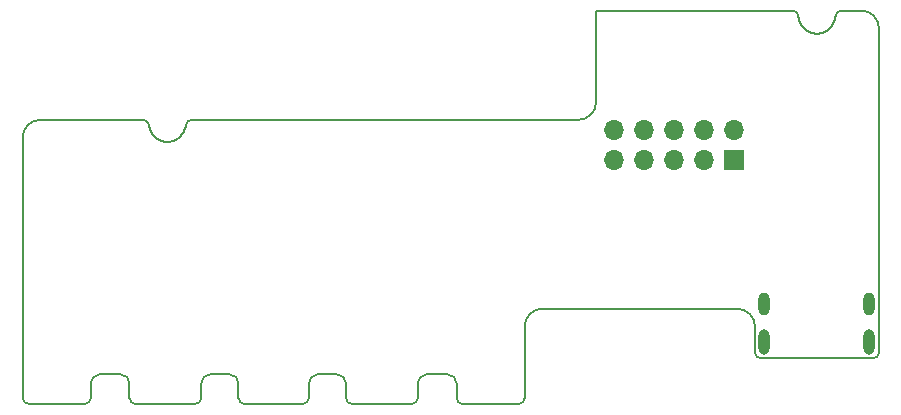
<source format=gbr>
%TF.GenerationSoftware,KiCad,Pcbnew,(5.0.0)*%
%TF.CreationDate,2019-04-13T23:36:30-04:00*%
%TF.ProjectId,Fusion USB Daughter Board,467573696F6E20555342204461756768,rev?*%
%TF.SameCoordinates,Original*%
%TF.FileFunction,Soldermask,Bot*%
%TF.FilePolarity,Negative*%
%FSLAX46Y46*%
G04 Gerber Fmt 4.6, Leading zero omitted, Abs format (unit mm)*
G04 Created by KiCad (PCBNEW (5.0.0)) date 04/13/19 23:36:30*
%MOMM*%
%LPD*%
G01*
G04 APERTURE LIST*
%ADD10C,0.200000*%
%ADD11O,0.951600X1.951600*%
%ADD12O,0.951600X2.151600*%
%ADD13R,1.700000X1.700000*%
%ADD14O,1.700000X1.700000*%
G04 APERTURE END LIST*
D10*
X175844523Y-100731300D02*
X175874537Y-100710100D01*
X175248101Y-100977300D02*
X175283192Y-100970800D01*
X175035584Y-100998300D02*
X175071150Y-100997000D01*
X174787114Y-100983000D02*
X174822434Y-100987800D01*
X174409341Y-100873400D02*
X174442557Y-100887500D01*
X174247966Y-100790400D02*
X174279560Y-100808600D01*
X176071720Y-100541600D02*
X176097880Y-100514800D01*
X176097880Y-100514800D02*
X176123490Y-100487400D01*
X174751899Y-100977300D02*
X174787114Y-100983000D01*
X174543794Y-100925100D02*
X174578013Y-100935900D01*
X176045030Y-100567700D02*
X176071720Y-100541600D01*
X175990122Y-100617900D02*
X176017830Y-100593200D01*
X175814091Y-100751700D02*
X175844523Y-100731300D01*
X175961925Y-100642000D02*
X175990122Y-100617900D01*
X174928850Y-100997000D02*
X174964416Y-100998300D01*
X175318144Y-100963300D02*
X175352939Y-100955000D01*
X175933253Y-100665400D02*
X175961925Y-100642000D01*
X175106680Y-100994800D02*
X175142158Y-100991800D01*
X175142158Y-100991800D02*
X175177566Y-100987800D01*
X174857842Y-100991800D02*
X174893320Y-100994800D01*
X175071150Y-100997000D02*
X175106680Y-100994800D01*
X175904118Y-100688100D02*
X175933253Y-100665400D01*
X175456206Y-100925100D02*
X175490200Y-100913400D01*
X175874537Y-100710100D02*
X175904118Y-100688100D01*
X175783256Y-100771500D02*
X175814091Y-100751700D01*
X175752034Y-100790400D02*
X175783256Y-100771500D01*
X175623583Y-100858400D02*
X175656199Y-100842600D01*
X174578013Y-100935900D02*
X174612442Y-100945900D01*
X175387558Y-100945900D02*
X175421987Y-100935900D01*
X174376417Y-100858400D02*
X174409341Y-100873400D01*
X175352939Y-100955000D02*
X175387558Y-100945900D01*
X175283192Y-100970800D02*
X175318144Y-100963300D01*
X175212886Y-100983000D02*
X175248101Y-100977300D01*
X174647061Y-100955000D02*
X174681856Y-100963300D01*
X174893320Y-100994800D02*
X174928850Y-100997000D01*
X174822434Y-100987800D02*
X174857842Y-100991800D01*
X175720440Y-100808600D02*
X175752034Y-100790400D01*
X174612442Y-100945900D02*
X174647061Y-100955000D01*
X174311510Y-100826000D02*
X174343801Y-100842600D01*
X174681856Y-100963300D02*
X174716808Y-100970800D01*
X174343801Y-100842600D02*
X174376417Y-100858400D01*
X175177566Y-100987800D02*
X175212886Y-100983000D01*
X175688490Y-100826000D02*
X175720440Y-100808600D01*
X174716808Y-100970800D02*
X174751899Y-100977300D01*
X175656199Y-100842600D02*
X175688490Y-100826000D01*
X175490200Y-100913400D02*
X175523951Y-100900900D01*
X174509800Y-100913400D02*
X174543794Y-100925100D01*
X174964416Y-100998300D02*
X175000000Y-100998800D01*
X174279560Y-100808600D02*
X174311510Y-100826000D01*
X175421987Y-100935900D02*
X175456206Y-100925100D01*
X175523951Y-100900900D02*
X175557443Y-100887500D01*
X174442557Y-100887500D02*
X174476049Y-100900900D01*
X175000000Y-100998800D02*
X175035584Y-100998300D01*
X175557443Y-100887500D02*
X175590659Y-100873400D01*
X176017830Y-100593200D02*
X176045030Y-100567700D01*
X175590659Y-100873400D02*
X175623583Y-100858400D01*
X174476049Y-100900900D02*
X174509800Y-100913400D01*
X121071400Y-109698700D02*
X121096800Y-109672700D01*
X120541500Y-110050700D02*
X120573900Y-110037400D01*
X119965500Y-110155100D02*
X120000000Y-110155500D01*
X120342600Y-110114300D02*
X120376200Y-110105700D01*
X119759200Y-110135300D02*
X119793400Y-110140700D01*
X119590300Y-110096300D02*
X119623800Y-110105700D01*
X121045500Y-109724000D02*
X121071400Y-109698700D01*
X120103500Y-110151800D02*
X120137900Y-110148900D01*
X120069000Y-110153900D02*
X120103500Y-110151800D01*
X120034500Y-110155100D02*
X120069000Y-110153900D01*
X119896500Y-110151800D02*
X119931000Y-110153900D01*
X119268600Y-109959200D02*
X119299500Y-109976300D01*
X121019100Y-109748700D02*
X121045500Y-109724000D01*
X120240800Y-110135300D02*
X120274800Y-110129100D01*
X119557000Y-110086100D02*
X119590300Y-110096300D01*
X119238100Y-109941300D02*
X119268600Y-109959200D01*
X119491100Y-110063300D02*
X119524000Y-110075100D01*
X120606000Y-110023300D02*
X120637800Y-110008400D01*
X119207900Y-109922700D02*
X119238100Y-109941300D01*
X120992200Y-109772800D02*
X121019100Y-109748700D01*
X120409700Y-110096300D02*
X120443000Y-110086100D01*
X120443000Y-110086100D02*
X120476000Y-110075100D01*
X120172300Y-110145200D02*
X120206600Y-110140700D01*
X120731400Y-109959200D02*
X120761900Y-109941300D01*
X120376200Y-110105700D02*
X120409700Y-110096300D01*
X119119700Y-109862600D02*
X119148700Y-109883300D01*
X120964900Y-109796300D02*
X120992200Y-109772800D01*
X120937200Y-109819000D02*
X120964900Y-109796300D01*
X120909000Y-109841100D02*
X120937200Y-109819000D01*
X120880300Y-109862600D02*
X120909000Y-109841100D01*
X120851300Y-109883300D02*
X120880300Y-109862600D01*
X120669300Y-109992700D02*
X120700500Y-109976300D01*
X119931000Y-110153900D02*
X119965500Y-110155100D01*
X119725200Y-110129100D02*
X119759200Y-110135300D01*
X120637800Y-110008400D02*
X120669300Y-109992700D01*
X120573900Y-110037400D02*
X120606000Y-110023300D01*
X120508900Y-110063300D02*
X120541500Y-110050700D01*
X119394000Y-110023300D02*
X119426100Y-110037400D01*
X120206600Y-110140700D02*
X120240800Y-110135300D01*
X119330700Y-109992700D02*
X119362200Y-110008400D01*
X120137900Y-110148900D02*
X120172300Y-110145200D01*
X119691200Y-110122100D02*
X119725200Y-110129100D01*
X119524000Y-110075100D02*
X119557000Y-110086100D01*
X119657400Y-110114300D02*
X119691200Y-110122100D01*
X119362200Y-110008400D02*
X119394000Y-110023300D01*
X120792100Y-109922700D02*
X120821900Y-109903300D01*
X120761900Y-109941300D02*
X120792100Y-109922700D01*
X120476000Y-110075100D02*
X120508900Y-110063300D01*
X119299500Y-109976300D02*
X119330700Y-109992700D01*
X120700500Y-109976300D02*
X120731400Y-109959200D01*
X120274800Y-110129100D02*
X120308800Y-110122100D01*
X119862100Y-110148900D02*
X119896500Y-110151800D01*
X119623800Y-110105700D02*
X119657400Y-110114300D01*
X119458500Y-110050700D02*
X119491100Y-110063300D01*
X119426100Y-110037400D02*
X119458500Y-110050700D01*
X119091000Y-109841100D02*
X119119700Y-109862600D01*
X120308800Y-110122100D02*
X120342600Y-110114300D01*
X119793400Y-110140700D02*
X119827700Y-110145200D01*
X119062800Y-109819000D02*
X119091000Y-109841100D01*
X119148700Y-109883300D02*
X119178100Y-109903300D01*
X120821900Y-109903300D02*
X120851300Y-109883300D01*
X120000000Y-110155500D02*
X120034500Y-110155100D01*
X119178100Y-109903300D02*
X119207900Y-109922700D01*
X119827700Y-110145200D02*
X119862100Y-110148900D01*
X176327570Y-100214200D02*
X176347110Y-100181200D01*
X176220260Y-100371600D02*
X176242980Y-100341200D01*
X176196950Y-100401400D02*
X176220260Y-100371600D01*
X118451500Y-108826800D02*
X118460600Y-108863800D01*
X176265070Y-100310200D02*
X176286550Y-100278700D01*
X176527100Y-99752900D02*
X176537340Y-99715100D01*
X176401670Y-100079400D02*
X176418480Y-100044600D01*
X176148550Y-100459300D02*
X176173040Y-100430700D01*
X118460600Y-108863800D02*
X118470400Y-108900600D01*
X176577050Y-99522700D02*
X176582670Y-99483700D01*
X176537340Y-99715100D02*
X176546820Y-99677100D01*
X118573700Y-109184400D02*
X118589700Y-109218400D01*
X118954500Y-109724000D02*
X118980900Y-109748700D01*
X118980900Y-109748700D02*
X119007800Y-109772800D01*
X118928600Y-109698700D02*
X118954500Y-109724000D01*
X118762000Y-109504700D02*
X118784200Y-109534100D01*
X118903200Y-109672700D02*
X118928600Y-109698700D01*
X118878400Y-109646100D02*
X118903200Y-109672700D01*
X118854000Y-109619000D02*
X118878400Y-109646100D01*
X118830200Y-109591200D02*
X118854000Y-109619000D01*
X176478640Y-99901400D02*
X176491870Y-99864800D01*
X118558400Y-109150100D02*
X118573700Y-109184400D01*
X118492000Y-108973300D02*
X118503900Y-109009300D01*
X118435600Y-108752300D02*
X118443200Y-108789700D01*
X176563480Y-99600300D02*
X176570650Y-99561600D01*
X176434590Y-100009300D02*
X176450000Y-99973700D01*
X176464680Y-99937800D02*
X176478640Y-99901400D01*
X176384160Y-100113700D02*
X176401670Y-100079400D01*
X176347110Y-100181200D02*
X176365970Y-100147700D01*
X176418480Y-100044600D02*
X176434590Y-100009300D01*
X176504360Y-99827800D02*
X176516100Y-99790500D01*
X176173040Y-100430700D02*
X176196950Y-100401400D01*
X176242980Y-100341200D02*
X176265070Y-100310200D01*
X118443200Y-108789700D02*
X118451500Y-108826800D01*
X176516100Y-99790500D02*
X176527100Y-99752900D01*
X118806900Y-109563000D02*
X118830200Y-109591200D01*
X118543700Y-109115400D02*
X118558400Y-109150100D01*
X118784200Y-109534100D02*
X118806900Y-109563000D01*
X118719400Y-109444400D02*
X118740400Y-109474800D01*
X118699000Y-109413500D02*
X118719400Y-109444400D01*
X118529800Y-109080400D02*
X118543700Y-109115400D01*
X118660100Y-109350200D02*
X118679200Y-109382100D01*
X118623600Y-109285200D02*
X118641500Y-109317900D01*
X118606300Y-109252000D02*
X118623600Y-109285200D01*
X176307380Y-100246700D02*
X176327570Y-100214200D01*
X118503900Y-109009300D02*
X118516500Y-109045000D01*
X118470400Y-108900600D02*
X118480800Y-108937100D01*
X118428700Y-108714700D02*
X118435600Y-108752300D01*
X176546820Y-99677100D02*
X176555540Y-99638800D01*
X176123490Y-100487400D02*
X176148550Y-100459300D01*
X176570650Y-99561600D02*
X176577050Y-99522700D01*
X176491870Y-99864800D02*
X176504360Y-99827800D01*
X176286550Y-100278700D02*
X176307380Y-100246700D01*
X176365970Y-100147700D02*
X176384160Y-100113700D01*
X119035100Y-109796300D02*
X119062800Y-109819000D01*
X118589700Y-109218400D02*
X118606300Y-109252000D01*
X119007800Y-109772800D02*
X119035100Y-109796300D01*
X118740400Y-109474800D02*
X118762000Y-109504700D01*
X118480800Y-108937100D02*
X118492000Y-108973300D01*
X176555540Y-99638800D02*
X176563480Y-99600300D01*
X118679200Y-109382100D02*
X118699000Y-109413500D01*
X118641500Y-109317900D02*
X118660100Y-109350200D01*
X118516500Y-109045000D02*
X118529800Y-109080400D01*
X176450000Y-99973700D02*
X176464680Y-99937800D01*
X121441600Y-109150100D02*
X121456300Y-109115400D01*
X121358500Y-109317900D02*
X121376400Y-109285200D01*
X121339900Y-109350200D02*
X121358500Y-109317900D01*
X121393700Y-109252000D02*
X121410300Y-109218400D01*
X121496100Y-109009300D02*
X121508000Y-108973300D01*
X121301000Y-109413500D02*
X121320800Y-109382100D01*
X121121600Y-109646100D02*
X121146000Y-109619000D01*
X121548500Y-108826800D02*
X121556800Y-108789700D01*
X121564400Y-108752300D02*
X121571300Y-108714700D01*
X121519200Y-108937100D02*
X121529600Y-108900600D01*
X121215800Y-109534100D02*
X121238000Y-109504700D01*
X121539400Y-108863800D02*
X121548500Y-108826800D01*
X121483500Y-109045000D02*
X121496100Y-109009300D01*
X121456300Y-109115400D02*
X121470200Y-109080400D01*
X121508000Y-108973300D02*
X121519200Y-108937100D01*
X121146000Y-109619000D02*
X121169800Y-109591200D01*
X121320800Y-109382100D02*
X121339900Y-109350200D01*
X121376400Y-109285200D02*
X121393700Y-109252000D01*
X121426300Y-109184400D02*
X121441600Y-109150100D01*
X121259600Y-109474800D02*
X121280600Y-109444400D01*
X121280600Y-109444400D02*
X121301000Y-109413500D01*
X121556800Y-108789700D02*
X121564400Y-108752300D01*
X121410300Y-109218400D02*
X121426300Y-109184400D01*
X121470200Y-109080400D02*
X121483500Y-109045000D01*
X121169800Y-109591200D02*
X121193100Y-109563000D01*
X121096800Y-109672700D02*
X121121600Y-109646100D01*
X121238000Y-109504700D02*
X121259600Y-109474800D01*
X121529600Y-108900600D02*
X121539400Y-108863800D01*
X121193100Y-109563000D02*
X121215800Y-109534100D01*
X117936045Y-108299999D02*
G75*
G02X118428722Y-108714735I0J-500001D01*
G01*
X107750476Y-109800000D02*
G75*
G02X109250476Y-108300000I1500000J0D01*
G01*
X108250476Y-132350000D02*
X113014721Y-132350000D01*
X108250476Y-132350000D02*
G75*
G02X107750476Y-131850000I0J500000D01*
G01*
X117936045Y-108300000D02*
X109250476Y-108300000D01*
X107750476Y-109800000D02*
X107750476Y-131850000D01*
X113514721Y-131850000D02*
G75*
G02X113014721Y-132350000I-500000J0D01*
G01*
X174125463Y-100710100D02*
X174155477Y-100731300D01*
X173928280Y-100541600D02*
X173954970Y-100567700D01*
X174095882Y-100688100D02*
X174125463Y-100710100D01*
X174066747Y-100665400D02*
X174095882Y-100688100D01*
X174038075Y-100642000D02*
X174066747Y-100665400D01*
X173713450Y-100278700D02*
X173734930Y-100310200D01*
X173565410Y-100009300D02*
X173581520Y-100044600D01*
X173757020Y-100341200D02*
X173779740Y-100371600D01*
X174009878Y-100617900D02*
X174038075Y-100642000D01*
X173672430Y-100214200D02*
X173692620Y-100246700D01*
X173615840Y-100113700D02*
X173634030Y-100147700D01*
X173851450Y-100459300D02*
X173876510Y-100487400D01*
X173652890Y-100181200D02*
X173672430Y-100214200D01*
X174216744Y-100771500D02*
X174247966Y-100790400D01*
X174185909Y-100751700D02*
X174216744Y-100771500D01*
X174155477Y-100731300D02*
X174185909Y-100751700D01*
X173634030Y-100147700D02*
X173652890Y-100181200D01*
X173734930Y-100310200D02*
X173757020Y-100341200D01*
X173598330Y-100079400D02*
X173615840Y-100113700D01*
X173982170Y-100593200D02*
X174009878Y-100617900D01*
X173954970Y-100567700D02*
X173982170Y-100593200D01*
X173692620Y-100246700D02*
X173713450Y-100278700D01*
X173581520Y-100044600D02*
X173598330Y-100079400D01*
X173826960Y-100430700D02*
X173851450Y-100459300D01*
X173779740Y-100371600D02*
X173803050Y-100401400D01*
X173803050Y-100401400D02*
X173826960Y-100430700D01*
X173876510Y-100487400D02*
X173902120Y-100514800D01*
X173902120Y-100514800D02*
X173928280Y-100541600D01*
X126523615Y-132350000D02*
X131476385Y-132350000D01*
X172921746Y-99050000D02*
X156300000Y-99050000D01*
X172921746Y-99050000D02*
G75*
G02X173417335Y-99483729I0J-500000D01*
G01*
X170250000Y-128500000D02*
X179750000Y-128500000D01*
X173550000Y-99973700D02*
X173565410Y-100009300D01*
X173535320Y-99937800D02*
X173550000Y-99973700D01*
X173444460Y-99638800D02*
X173453180Y-99677100D01*
X125273615Y-129850000D02*
G75*
G02X126023615Y-130600000I0J-750000D01*
G01*
X173417330Y-99483700D02*
X173422950Y-99522700D01*
X156300000Y-106800000D02*
G75*
G02X154800000Y-108300000I-1500000J0D01*
G01*
X150249524Y-125789340D02*
G75*
G02X151749524Y-124289340I1500000J0D01*
G01*
X180250000Y-128000000D02*
X180250000Y-100550000D01*
X180250000Y-128000000D02*
G75*
G02X179750000Y-128500000I-500000J0D01*
G01*
X117296238Y-132350000D02*
X122370701Y-132350000D01*
X141203762Y-131850000D02*
X141203762Y-130600000D01*
X173521360Y-99901400D02*
X173535320Y-99937800D01*
X123620701Y-129850000D02*
X125273615Y-129850000D01*
X122870701Y-131850000D02*
G75*
G02X122370701Y-132350000I-500000J0D01*
G01*
X122870701Y-130600000D02*
G75*
G02X123620701Y-129850000I750000J0D01*
G01*
X173508130Y-99864800D02*
X173521360Y-99901400D01*
X132726385Y-129850000D02*
X134379299Y-129850000D01*
X173495640Y-99827800D02*
X173508130Y-99864800D01*
X173472900Y-99752900D02*
X173483900Y-99790500D01*
X173436520Y-99600300D02*
X173444460Y-99638800D01*
X173462660Y-99715100D02*
X173472900Y-99752900D01*
X173429350Y-99561600D02*
X173436520Y-99600300D01*
X113514721Y-130600000D02*
G75*
G02X114264721Y-129850000I750000J0D01*
G01*
X141203762Y-131850000D02*
G75*
G02X140703762Y-132350000I-500000J0D01*
G01*
X150249524Y-131850000D02*
G75*
G02X149749524Y-132350000I-500000J0D01*
G01*
X135129299Y-130600000D02*
X135129299Y-131850000D01*
X122870701Y-131850000D02*
X122870701Y-130600000D01*
X134379299Y-129850000D02*
G75*
G02X135129299Y-130600000I0J-750000D01*
G01*
X173422950Y-99522700D02*
X173429350Y-99561600D01*
X144985279Y-132350000D02*
X149749524Y-132350000D01*
X143735279Y-129850000D02*
G75*
G02X144485279Y-130600000I0J-750000D01*
G01*
X135629299Y-132350000D02*
X140703762Y-132350000D01*
X156300000Y-99050000D02*
X156300000Y-106800000D01*
X169750000Y-125789340D02*
X169750000Y-128000000D01*
X131976385Y-131850000D02*
G75*
G02X131476385Y-132350000I-500000J0D01*
G01*
X126023615Y-130600000D02*
X126023615Y-131850000D01*
X150249524Y-131850000D02*
X150249524Y-125789340D01*
X173453180Y-99677100D02*
X173462660Y-99715100D01*
X178750000Y-99050000D02*
G75*
G02X180250000Y-100550000I0J-1500000D01*
G01*
X126523615Y-132350000D02*
G75*
G02X126023615Y-131850000I0J500000D01*
G01*
X116796238Y-130600000D02*
X116796238Y-131850000D01*
X176582665Y-99483729D02*
G75*
G02X177078254Y-99050000I495589J-66271D01*
G01*
X178750000Y-99050000D02*
X177078254Y-99050000D01*
X170250000Y-128500000D02*
G75*
G02X169750000Y-128000000I0J500000D01*
G01*
X168250000Y-124289340D02*
G75*
G02X169750000Y-125789340I0J-1500000D01*
G01*
X135629299Y-132350000D02*
G75*
G02X135129299Y-131850000I0J500000D01*
G01*
X131976385Y-130600000D02*
G75*
G02X132726385Y-129850000I750000J0D01*
G01*
X116046238Y-129850000D02*
G75*
G02X116796238Y-130600000I0J-750000D01*
G01*
X141953762Y-129850000D02*
X143735279Y-129850000D01*
X141203762Y-130600000D02*
G75*
G02X141953762Y-129850000I750000J0D01*
G01*
X114264721Y-129850000D02*
X116046238Y-129850000D01*
X117296238Y-132350000D02*
G75*
G02X116796238Y-131850000I0J500000D01*
G01*
X131976385Y-131850000D02*
X131976385Y-130600000D01*
X151749524Y-124289340D02*
X168250000Y-124289340D01*
X173483900Y-99790500D02*
X173495640Y-99827800D01*
X121571279Y-108714735D02*
G75*
G02X122063955Y-108300000I492676J-85265D01*
G01*
X113514721Y-131850000D02*
X113514721Y-130600000D01*
X154800000Y-108300000D02*
X122063955Y-108300000D01*
X144985279Y-132350000D02*
G75*
G02X144485279Y-131850000I0J500000D01*
G01*
X144485279Y-130600000D02*
X144485279Y-131850000D01*
D11*
X179450000Y-123900000D03*
X170550000Y-123900000D03*
D12*
X179450000Y-127100000D03*
X170550000Y-127100000D03*
D13*
X167980000Y-111690000D03*
D14*
X167980000Y-109150000D03*
X165440000Y-111690000D03*
X165440000Y-109150000D03*
X162900000Y-111690000D03*
X162900000Y-109150000D03*
X160360000Y-111690000D03*
X160360000Y-109150000D03*
X157820000Y-111690000D03*
X157820000Y-109150000D03*
M02*

</source>
